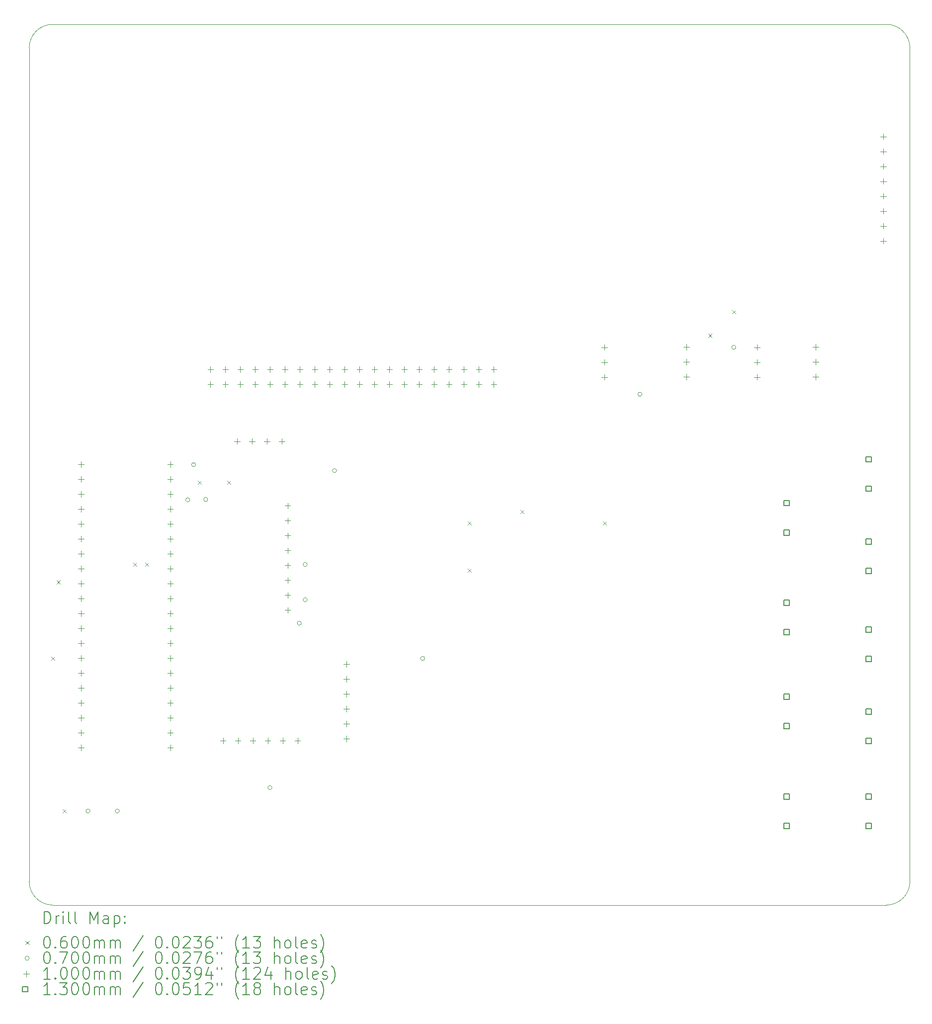
<source format=gbr>
%TF.GenerationSoftware,KiCad,Pcbnew,(6.0.8)*%
%TF.CreationDate,2022-11-08T16:17:17+09:00*%
%TF.ProjectId,Aquarium,41717561-7269-4756-9d2e-6b696361645f,1.0*%
%TF.SameCoordinates,Original*%
%TF.FileFunction,Drillmap*%
%TF.FilePolarity,Positive*%
%FSLAX45Y45*%
G04 Gerber Fmt 4.5, Leading zero omitted, Abs format (unit mm)*
G04 Created by KiCad (PCBNEW (6.0.8)) date 2022-11-08 16:17:17*
%MOMM*%
%LPD*%
G01*
G04 APERTURE LIST*
%ADD10C,0.050000*%
%ADD11C,0.200000*%
%ADD12C,0.060000*%
%ADD13C,0.070000*%
%ADD14C,0.100000*%
%ADD15C,0.130000*%
G04 APERTURE END LIST*
D10*
X9500000Y-4200000D02*
X9500000Y-18400000D01*
X24100000Y-18800000D02*
G75*
G03*
X24500000Y-18400000I0J400000D01*
G01*
X24100000Y-3800000D02*
X9900000Y-3800000D01*
X9900000Y-18800000D02*
X24100000Y-18800000D01*
X24500000Y-18400000D02*
X24500000Y-4200000D01*
X9900000Y-3800000D02*
G75*
G03*
X9500000Y-4200000I0J-400000D01*
G01*
X9500000Y-18400000D02*
G75*
G03*
X9900000Y-18800000I400000J0D01*
G01*
X24500000Y-4200000D02*
G75*
G03*
X24100000Y-3800000I-400000J0D01*
G01*
D11*
D12*
X9870000Y-14570000D02*
X9930000Y-14630000D01*
X9930000Y-14570000D02*
X9870000Y-14630000D01*
X9970000Y-13270000D02*
X10030000Y-13330000D01*
X10030000Y-13270000D02*
X9970000Y-13330000D01*
X10070000Y-17170000D02*
X10130000Y-17230000D01*
X10130000Y-17170000D02*
X10070000Y-17230000D01*
X11270000Y-12970000D02*
X11330000Y-13030000D01*
X11330000Y-12970000D02*
X11270000Y-13030000D01*
X11470000Y-12970000D02*
X11530000Y-13030000D01*
X11530000Y-12970000D02*
X11470000Y-13030000D01*
X12370000Y-11570000D02*
X12430000Y-11630000D01*
X12430000Y-11570000D02*
X12370000Y-11630000D01*
X12870000Y-11570000D02*
X12930000Y-11630000D01*
X12930000Y-11570000D02*
X12870000Y-11630000D01*
X16967002Y-12267002D02*
X17027002Y-12327002D01*
X17027002Y-12267002D02*
X16967002Y-12327002D01*
X16970000Y-13070000D02*
X17030000Y-13130000D01*
X17030000Y-13070000D02*
X16970000Y-13130000D01*
X17870000Y-12070000D02*
X17930000Y-12130000D01*
X17930000Y-12070000D02*
X17870000Y-12130000D01*
X19270000Y-12270000D02*
X19330000Y-12330000D01*
X19330000Y-12270000D02*
X19270000Y-12330000D01*
X21070000Y-9070000D02*
X21130000Y-9130000D01*
X21130000Y-9070000D02*
X21070000Y-9130000D01*
X21470000Y-8670000D02*
X21530000Y-8730000D01*
X21530000Y-8670000D02*
X21470000Y-8730000D01*
D13*
X10535000Y-17200000D02*
G75*
G03*
X10535000Y-17200000I-35000J0D01*
G01*
X11035000Y-17200000D02*
G75*
G03*
X11035000Y-17200000I-35000J0D01*
G01*
X12235000Y-11900000D02*
G75*
G03*
X12235000Y-11900000I-35000J0D01*
G01*
X12335000Y-11300000D02*
G75*
G03*
X12335000Y-11300000I-35000J0D01*
G01*
X12541533Y-11893467D02*
G75*
G03*
X12541533Y-11893467I-35000J0D01*
G01*
X13635000Y-16800000D02*
G75*
G03*
X13635000Y-16800000I-35000J0D01*
G01*
X14135000Y-14000000D02*
G75*
G03*
X14135000Y-14000000I-35000J0D01*
G01*
X14235000Y-13000000D02*
G75*
G03*
X14235000Y-13000000I-35000J0D01*
G01*
X14235000Y-13600000D02*
G75*
G03*
X14235000Y-13600000I-35000J0D01*
G01*
X14735000Y-11400000D02*
G75*
G03*
X14735000Y-11400000I-35000J0D01*
G01*
X16235000Y-14600000D02*
G75*
G03*
X16235000Y-14600000I-35000J0D01*
G01*
X19935000Y-10100000D02*
G75*
G03*
X19935000Y-10100000I-35000J0D01*
G01*
X21535000Y-9300000D02*
G75*
G03*
X21535000Y-9300000I-35000J0D01*
G01*
D14*
X10380500Y-11241000D02*
X10380500Y-11341000D01*
X10330500Y-11291000D02*
X10430500Y-11291000D01*
X10380500Y-11495000D02*
X10380500Y-11595000D01*
X10330500Y-11545000D02*
X10430500Y-11545000D01*
X10380500Y-11749000D02*
X10380500Y-11849000D01*
X10330500Y-11799000D02*
X10430500Y-11799000D01*
X10380500Y-12003000D02*
X10380500Y-12103000D01*
X10330500Y-12053000D02*
X10430500Y-12053000D01*
X10380500Y-12257000D02*
X10380500Y-12357000D01*
X10330500Y-12307000D02*
X10430500Y-12307000D01*
X10380500Y-12511000D02*
X10380500Y-12611000D01*
X10330500Y-12561000D02*
X10430500Y-12561000D01*
X10380500Y-12765000D02*
X10380500Y-12865000D01*
X10330500Y-12815000D02*
X10430500Y-12815000D01*
X10380500Y-13019000D02*
X10380500Y-13119000D01*
X10330500Y-13069000D02*
X10430500Y-13069000D01*
X10380500Y-13273000D02*
X10380500Y-13373000D01*
X10330500Y-13323000D02*
X10430500Y-13323000D01*
X10380500Y-13527000D02*
X10380500Y-13627000D01*
X10330500Y-13577000D02*
X10430500Y-13577000D01*
X10380500Y-13781000D02*
X10380500Y-13881000D01*
X10330500Y-13831000D02*
X10430500Y-13831000D01*
X10380500Y-14035000D02*
X10380500Y-14135000D01*
X10330500Y-14085000D02*
X10430500Y-14085000D01*
X10380500Y-14289000D02*
X10380500Y-14389000D01*
X10330500Y-14339000D02*
X10430500Y-14339000D01*
X10380500Y-14543000D02*
X10380500Y-14643000D01*
X10330500Y-14593000D02*
X10430500Y-14593000D01*
X10380500Y-14797000D02*
X10380500Y-14897000D01*
X10330500Y-14847000D02*
X10430500Y-14847000D01*
X10380500Y-15051000D02*
X10380500Y-15151000D01*
X10330500Y-15101000D02*
X10430500Y-15101000D01*
X10380500Y-15305000D02*
X10380500Y-15405000D01*
X10330500Y-15355000D02*
X10430500Y-15355000D01*
X10380500Y-15559000D02*
X10380500Y-15659000D01*
X10330500Y-15609000D02*
X10430500Y-15609000D01*
X10380500Y-15813000D02*
X10380500Y-15913000D01*
X10330500Y-15863000D02*
X10430500Y-15863000D01*
X10380500Y-16067000D02*
X10380500Y-16167000D01*
X10330500Y-16117000D02*
X10430500Y-16117000D01*
X11902500Y-11240000D02*
X11902500Y-11340000D01*
X11852500Y-11290000D02*
X11952500Y-11290000D01*
X11902500Y-11494000D02*
X11902500Y-11594000D01*
X11852500Y-11544000D02*
X11952500Y-11544000D01*
X11902500Y-11748000D02*
X11902500Y-11848000D01*
X11852500Y-11798000D02*
X11952500Y-11798000D01*
X11902500Y-12002000D02*
X11902500Y-12102000D01*
X11852500Y-12052000D02*
X11952500Y-12052000D01*
X11902500Y-12256000D02*
X11902500Y-12356000D01*
X11852500Y-12306000D02*
X11952500Y-12306000D01*
X11902500Y-12510000D02*
X11902500Y-12610000D01*
X11852500Y-12560000D02*
X11952500Y-12560000D01*
X11902500Y-12764000D02*
X11902500Y-12864000D01*
X11852500Y-12814000D02*
X11952500Y-12814000D01*
X11902500Y-13018000D02*
X11902500Y-13118000D01*
X11852500Y-13068000D02*
X11952500Y-13068000D01*
X11902500Y-13272000D02*
X11902500Y-13372000D01*
X11852500Y-13322000D02*
X11952500Y-13322000D01*
X11902500Y-13526000D02*
X11902500Y-13626000D01*
X11852500Y-13576000D02*
X11952500Y-13576000D01*
X11902500Y-13780000D02*
X11902500Y-13880000D01*
X11852500Y-13830000D02*
X11952500Y-13830000D01*
X11902500Y-14034000D02*
X11902500Y-14134000D01*
X11852500Y-14084000D02*
X11952500Y-14084000D01*
X11902500Y-14288000D02*
X11902500Y-14388000D01*
X11852500Y-14338000D02*
X11952500Y-14338000D01*
X11902500Y-14542000D02*
X11902500Y-14642000D01*
X11852500Y-14592000D02*
X11952500Y-14592000D01*
X11902500Y-14796000D02*
X11902500Y-14896000D01*
X11852500Y-14846000D02*
X11952500Y-14846000D01*
X11902500Y-15050000D02*
X11902500Y-15150000D01*
X11852500Y-15100000D02*
X11952500Y-15100000D01*
X11902500Y-15304000D02*
X11902500Y-15404000D01*
X11852500Y-15354000D02*
X11952500Y-15354000D01*
X11902500Y-15558000D02*
X11902500Y-15658000D01*
X11852500Y-15608000D02*
X11952500Y-15608000D01*
X11902500Y-15812000D02*
X11902500Y-15912000D01*
X11852500Y-15862000D02*
X11952500Y-15862000D01*
X11902500Y-16066000D02*
X11902500Y-16166000D01*
X11852500Y-16116000D02*
X11952500Y-16116000D01*
X12587000Y-9623000D02*
X12587000Y-9723000D01*
X12537000Y-9673000D02*
X12637000Y-9673000D01*
X12587000Y-9877000D02*
X12587000Y-9977000D01*
X12537000Y-9927000D02*
X12637000Y-9927000D01*
X12800000Y-15950000D02*
X12800000Y-16050000D01*
X12750000Y-16000000D02*
X12850000Y-16000000D01*
X12841000Y-9623000D02*
X12841000Y-9723000D01*
X12791000Y-9673000D02*
X12891000Y-9673000D01*
X12841000Y-9877000D02*
X12841000Y-9977000D01*
X12791000Y-9927000D02*
X12891000Y-9927000D01*
X13038000Y-10850000D02*
X13038000Y-10950000D01*
X12988000Y-10900000D02*
X13088000Y-10900000D01*
X13054000Y-15950000D02*
X13054000Y-16050000D01*
X13004000Y-16000000D02*
X13104000Y-16000000D01*
X13095000Y-9623000D02*
X13095000Y-9723000D01*
X13045000Y-9673000D02*
X13145000Y-9673000D01*
X13095000Y-9877000D02*
X13095000Y-9977000D01*
X13045000Y-9927000D02*
X13145000Y-9927000D01*
X13292000Y-10850000D02*
X13292000Y-10950000D01*
X13242000Y-10900000D02*
X13342000Y-10900000D01*
X13308000Y-15950000D02*
X13308000Y-16050000D01*
X13258000Y-16000000D02*
X13358000Y-16000000D01*
X13349000Y-9623000D02*
X13349000Y-9723000D01*
X13299000Y-9673000D02*
X13399000Y-9673000D01*
X13349000Y-9877000D02*
X13349000Y-9977000D01*
X13299000Y-9927000D02*
X13399000Y-9927000D01*
X13546000Y-10850000D02*
X13546000Y-10950000D01*
X13496000Y-10900000D02*
X13596000Y-10900000D01*
X13562000Y-15950000D02*
X13562000Y-16050000D01*
X13512000Y-16000000D02*
X13612000Y-16000000D01*
X13603000Y-9623000D02*
X13603000Y-9723000D01*
X13553000Y-9673000D02*
X13653000Y-9673000D01*
X13603000Y-9877000D02*
X13603000Y-9977000D01*
X13553000Y-9927000D02*
X13653000Y-9927000D01*
X13800000Y-10850000D02*
X13800000Y-10950000D01*
X13750000Y-10900000D02*
X13850000Y-10900000D01*
X13816000Y-15950000D02*
X13816000Y-16050000D01*
X13766000Y-16000000D02*
X13866000Y-16000000D01*
X13857000Y-9623000D02*
X13857000Y-9723000D01*
X13807000Y-9673000D02*
X13907000Y-9673000D01*
X13857000Y-9877000D02*
X13857000Y-9977000D01*
X13807000Y-9927000D02*
X13907000Y-9927000D01*
X13900000Y-11950000D02*
X13900000Y-12050000D01*
X13850000Y-12000000D02*
X13950000Y-12000000D01*
X13900000Y-12204000D02*
X13900000Y-12304000D01*
X13850000Y-12254000D02*
X13950000Y-12254000D01*
X13900000Y-12458000D02*
X13900000Y-12558000D01*
X13850000Y-12508000D02*
X13950000Y-12508000D01*
X13900000Y-12712000D02*
X13900000Y-12812000D01*
X13850000Y-12762000D02*
X13950000Y-12762000D01*
X13900000Y-12966000D02*
X13900000Y-13066000D01*
X13850000Y-13016000D02*
X13950000Y-13016000D01*
X13900000Y-13220000D02*
X13900000Y-13320000D01*
X13850000Y-13270000D02*
X13950000Y-13270000D01*
X13900000Y-13474000D02*
X13900000Y-13574000D01*
X13850000Y-13524000D02*
X13950000Y-13524000D01*
X13900000Y-13728000D02*
X13900000Y-13828000D01*
X13850000Y-13778000D02*
X13950000Y-13778000D01*
X14070000Y-15950000D02*
X14070000Y-16050000D01*
X14020000Y-16000000D02*
X14120000Y-16000000D01*
X14111000Y-9623000D02*
X14111000Y-9723000D01*
X14061000Y-9673000D02*
X14161000Y-9673000D01*
X14111000Y-9877000D02*
X14111000Y-9977000D01*
X14061000Y-9927000D02*
X14161000Y-9927000D01*
X14365000Y-9623000D02*
X14365000Y-9723000D01*
X14315000Y-9673000D02*
X14415000Y-9673000D01*
X14365000Y-9877000D02*
X14365000Y-9977000D01*
X14315000Y-9927000D02*
X14415000Y-9927000D01*
X14619000Y-9623000D02*
X14619000Y-9723000D01*
X14569000Y-9673000D02*
X14669000Y-9673000D01*
X14619000Y-9877000D02*
X14619000Y-9977000D01*
X14569000Y-9927000D02*
X14669000Y-9927000D01*
X14873000Y-9623000D02*
X14873000Y-9723000D01*
X14823000Y-9673000D02*
X14923000Y-9673000D01*
X14873000Y-9877000D02*
X14873000Y-9977000D01*
X14823000Y-9927000D02*
X14923000Y-9927000D01*
X14900000Y-14650000D02*
X14900000Y-14750000D01*
X14850000Y-14700000D02*
X14950000Y-14700000D01*
X14900000Y-14904000D02*
X14900000Y-15004000D01*
X14850000Y-14954000D02*
X14950000Y-14954000D01*
X14900000Y-15158000D02*
X14900000Y-15258000D01*
X14850000Y-15208000D02*
X14950000Y-15208000D01*
X14900000Y-15412000D02*
X14900000Y-15512000D01*
X14850000Y-15462000D02*
X14950000Y-15462000D01*
X14900000Y-15666000D02*
X14900000Y-15766000D01*
X14850000Y-15716000D02*
X14950000Y-15716000D01*
X14900000Y-15920000D02*
X14900000Y-16020000D01*
X14850000Y-15970000D02*
X14950000Y-15970000D01*
X15127000Y-9623000D02*
X15127000Y-9723000D01*
X15077000Y-9673000D02*
X15177000Y-9673000D01*
X15127000Y-9877000D02*
X15127000Y-9977000D01*
X15077000Y-9927000D02*
X15177000Y-9927000D01*
X15381000Y-9623000D02*
X15381000Y-9723000D01*
X15331000Y-9673000D02*
X15431000Y-9673000D01*
X15381000Y-9877000D02*
X15381000Y-9977000D01*
X15331000Y-9927000D02*
X15431000Y-9927000D01*
X15635000Y-9623000D02*
X15635000Y-9723000D01*
X15585000Y-9673000D02*
X15685000Y-9673000D01*
X15635000Y-9877000D02*
X15635000Y-9977000D01*
X15585000Y-9927000D02*
X15685000Y-9927000D01*
X15889000Y-9623000D02*
X15889000Y-9723000D01*
X15839000Y-9673000D02*
X15939000Y-9673000D01*
X15889000Y-9877000D02*
X15889000Y-9977000D01*
X15839000Y-9927000D02*
X15939000Y-9927000D01*
X16143000Y-9623000D02*
X16143000Y-9723000D01*
X16093000Y-9673000D02*
X16193000Y-9673000D01*
X16143000Y-9877000D02*
X16143000Y-9977000D01*
X16093000Y-9927000D02*
X16193000Y-9927000D01*
X16397000Y-9623000D02*
X16397000Y-9723000D01*
X16347000Y-9673000D02*
X16447000Y-9673000D01*
X16397000Y-9877000D02*
X16397000Y-9977000D01*
X16347000Y-9927000D02*
X16447000Y-9927000D01*
X16651000Y-9623000D02*
X16651000Y-9723000D01*
X16601000Y-9673000D02*
X16701000Y-9673000D01*
X16651000Y-9877000D02*
X16651000Y-9977000D01*
X16601000Y-9927000D02*
X16701000Y-9927000D01*
X16905000Y-9623000D02*
X16905000Y-9723000D01*
X16855000Y-9673000D02*
X16955000Y-9673000D01*
X16905000Y-9877000D02*
X16905000Y-9977000D01*
X16855000Y-9927000D02*
X16955000Y-9927000D01*
X17159000Y-9623000D02*
X17159000Y-9723000D01*
X17109000Y-9673000D02*
X17209000Y-9673000D01*
X17159000Y-9877000D02*
X17159000Y-9977000D01*
X17109000Y-9927000D02*
X17209000Y-9927000D01*
X17413000Y-9623000D02*
X17413000Y-9723000D01*
X17363000Y-9673000D02*
X17463000Y-9673000D01*
X17413000Y-9877000D02*
X17413000Y-9977000D01*
X17363000Y-9927000D02*
X17463000Y-9927000D01*
X19300000Y-9250000D02*
X19300000Y-9350000D01*
X19250000Y-9300000D02*
X19350000Y-9300000D01*
X19300000Y-9504000D02*
X19300000Y-9604000D01*
X19250000Y-9554000D02*
X19350000Y-9554000D01*
X19300000Y-9758000D02*
X19300000Y-9858000D01*
X19250000Y-9808000D02*
X19350000Y-9808000D01*
X20697500Y-9242000D02*
X20697500Y-9342000D01*
X20647500Y-9292000D02*
X20747500Y-9292000D01*
X20697500Y-9496000D02*
X20697500Y-9596000D01*
X20647500Y-9546000D02*
X20747500Y-9546000D01*
X20697500Y-9750000D02*
X20697500Y-9850000D01*
X20647500Y-9800000D02*
X20747500Y-9800000D01*
X21900000Y-9250000D02*
X21900000Y-9350000D01*
X21850000Y-9300000D02*
X21950000Y-9300000D01*
X21900000Y-9504000D02*
X21900000Y-9604000D01*
X21850000Y-9554000D02*
X21950000Y-9554000D01*
X21900000Y-9758000D02*
X21900000Y-9858000D01*
X21850000Y-9808000D02*
X21950000Y-9808000D01*
X22892500Y-9245500D02*
X22892500Y-9345500D01*
X22842500Y-9295500D02*
X22942500Y-9295500D01*
X22892500Y-9499500D02*
X22892500Y-9599500D01*
X22842500Y-9549500D02*
X22942500Y-9549500D01*
X22892500Y-9753500D02*
X22892500Y-9853500D01*
X22842500Y-9803500D02*
X22942500Y-9803500D01*
X24047500Y-5659500D02*
X24047500Y-5759500D01*
X23997500Y-5709500D02*
X24097500Y-5709500D01*
X24047500Y-5913500D02*
X24047500Y-6013500D01*
X23997500Y-5963500D02*
X24097500Y-5963500D01*
X24047500Y-6167500D02*
X24047500Y-6267500D01*
X23997500Y-6217500D02*
X24097500Y-6217500D01*
X24047500Y-6421500D02*
X24047500Y-6521500D01*
X23997500Y-6471500D02*
X24097500Y-6471500D01*
X24047500Y-6675500D02*
X24047500Y-6775500D01*
X23997500Y-6725500D02*
X24097500Y-6725500D01*
X24047500Y-6929500D02*
X24047500Y-7029500D01*
X23997500Y-6979500D02*
X24097500Y-6979500D01*
X24047500Y-7183500D02*
X24047500Y-7283500D01*
X23997500Y-7233500D02*
X24097500Y-7233500D01*
X24047500Y-7437500D02*
X24047500Y-7537500D01*
X23997500Y-7487500D02*
X24097500Y-7487500D01*
D15*
X22445962Y-11999962D02*
X22445962Y-11908038D01*
X22354038Y-11908038D01*
X22354038Y-11999962D01*
X22445962Y-11999962D01*
X22445962Y-12499962D02*
X22445962Y-12408038D01*
X22354038Y-12408038D01*
X22354038Y-12499962D01*
X22445962Y-12499962D01*
X22445962Y-13699962D02*
X22445962Y-13608038D01*
X22354038Y-13608038D01*
X22354038Y-13699962D01*
X22445962Y-13699962D01*
X22445962Y-14199962D02*
X22445962Y-14108038D01*
X22354038Y-14108038D01*
X22354038Y-14199962D01*
X22445962Y-14199962D01*
X22445962Y-15299962D02*
X22445962Y-15208038D01*
X22354038Y-15208038D01*
X22354038Y-15299962D01*
X22445962Y-15299962D01*
X22445962Y-15799962D02*
X22445962Y-15708038D01*
X22354038Y-15708038D01*
X22354038Y-15799962D01*
X22445962Y-15799962D01*
X22445962Y-16999962D02*
X22445962Y-16908038D01*
X22354038Y-16908038D01*
X22354038Y-16999962D01*
X22445962Y-16999962D01*
X22445962Y-17499962D02*
X22445962Y-17408038D01*
X22354038Y-17408038D01*
X22354038Y-17499962D01*
X22445962Y-17499962D01*
X23845962Y-11253962D02*
X23845962Y-11162038D01*
X23754038Y-11162038D01*
X23754038Y-11253962D01*
X23845962Y-11253962D01*
X23845962Y-11753962D02*
X23845962Y-11662038D01*
X23754038Y-11662038D01*
X23754038Y-11753962D01*
X23845962Y-11753962D01*
X23845962Y-12653962D02*
X23845962Y-12562038D01*
X23754038Y-12562038D01*
X23754038Y-12653962D01*
X23845962Y-12653962D01*
X23845962Y-13153962D02*
X23845962Y-13062038D01*
X23754038Y-13062038D01*
X23754038Y-13153962D01*
X23845962Y-13153962D01*
X23845962Y-14153962D02*
X23845962Y-14062038D01*
X23754038Y-14062038D01*
X23754038Y-14153962D01*
X23845962Y-14153962D01*
X23845962Y-14653962D02*
X23845962Y-14562038D01*
X23754038Y-14562038D01*
X23754038Y-14653962D01*
X23845962Y-14653962D01*
X23845962Y-15553962D02*
X23845962Y-15462038D01*
X23754038Y-15462038D01*
X23754038Y-15553962D01*
X23845962Y-15553962D01*
X23845962Y-16053962D02*
X23845962Y-15962038D01*
X23754038Y-15962038D01*
X23754038Y-16053962D01*
X23845962Y-16053962D01*
X23845962Y-16999962D02*
X23845962Y-16908038D01*
X23754038Y-16908038D01*
X23754038Y-16999962D01*
X23845962Y-16999962D01*
X23845962Y-17499962D02*
X23845962Y-17408038D01*
X23754038Y-17408038D01*
X23754038Y-17499962D01*
X23845962Y-17499962D01*
D11*
X9755119Y-19112976D02*
X9755119Y-18912976D01*
X9802738Y-18912976D01*
X9831310Y-18922500D01*
X9850357Y-18941548D01*
X9859881Y-18960595D01*
X9869405Y-18998690D01*
X9869405Y-19027262D01*
X9859881Y-19065357D01*
X9850357Y-19084405D01*
X9831310Y-19103452D01*
X9802738Y-19112976D01*
X9755119Y-19112976D01*
X9955119Y-19112976D02*
X9955119Y-18979643D01*
X9955119Y-19017738D02*
X9964643Y-18998690D01*
X9974167Y-18989167D01*
X9993214Y-18979643D01*
X10012262Y-18979643D01*
X10078929Y-19112976D02*
X10078929Y-18979643D01*
X10078929Y-18912976D02*
X10069405Y-18922500D01*
X10078929Y-18932024D01*
X10088452Y-18922500D01*
X10078929Y-18912976D01*
X10078929Y-18932024D01*
X10202738Y-19112976D02*
X10183690Y-19103452D01*
X10174167Y-19084405D01*
X10174167Y-18912976D01*
X10307500Y-19112976D02*
X10288452Y-19103452D01*
X10278929Y-19084405D01*
X10278929Y-18912976D01*
X10536071Y-19112976D02*
X10536071Y-18912976D01*
X10602738Y-19055833D01*
X10669405Y-18912976D01*
X10669405Y-19112976D01*
X10850357Y-19112976D02*
X10850357Y-19008214D01*
X10840833Y-18989167D01*
X10821786Y-18979643D01*
X10783690Y-18979643D01*
X10764643Y-18989167D01*
X10850357Y-19103452D02*
X10831310Y-19112976D01*
X10783690Y-19112976D01*
X10764643Y-19103452D01*
X10755119Y-19084405D01*
X10755119Y-19065357D01*
X10764643Y-19046310D01*
X10783690Y-19036786D01*
X10831310Y-19036786D01*
X10850357Y-19027262D01*
X10945595Y-18979643D02*
X10945595Y-19179643D01*
X10945595Y-18989167D02*
X10964643Y-18979643D01*
X11002738Y-18979643D01*
X11021786Y-18989167D01*
X11031310Y-18998690D01*
X11040833Y-19017738D01*
X11040833Y-19074881D01*
X11031310Y-19093929D01*
X11021786Y-19103452D01*
X11002738Y-19112976D01*
X10964643Y-19112976D01*
X10945595Y-19103452D01*
X11126548Y-19093929D02*
X11136071Y-19103452D01*
X11126548Y-19112976D01*
X11117024Y-19103452D01*
X11126548Y-19093929D01*
X11126548Y-19112976D01*
X11126548Y-18989167D02*
X11136071Y-18998690D01*
X11126548Y-19008214D01*
X11117024Y-18998690D01*
X11126548Y-18989167D01*
X11126548Y-19008214D01*
D12*
X9437500Y-19412500D02*
X9497500Y-19472500D01*
X9497500Y-19412500D02*
X9437500Y-19472500D01*
D11*
X9793214Y-19332976D02*
X9812262Y-19332976D01*
X9831310Y-19342500D01*
X9840833Y-19352024D01*
X9850357Y-19371071D01*
X9859881Y-19409167D01*
X9859881Y-19456786D01*
X9850357Y-19494881D01*
X9840833Y-19513929D01*
X9831310Y-19523452D01*
X9812262Y-19532976D01*
X9793214Y-19532976D01*
X9774167Y-19523452D01*
X9764643Y-19513929D01*
X9755119Y-19494881D01*
X9745595Y-19456786D01*
X9745595Y-19409167D01*
X9755119Y-19371071D01*
X9764643Y-19352024D01*
X9774167Y-19342500D01*
X9793214Y-19332976D01*
X9945595Y-19513929D02*
X9955119Y-19523452D01*
X9945595Y-19532976D01*
X9936071Y-19523452D01*
X9945595Y-19513929D01*
X9945595Y-19532976D01*
X10126548Y-19332976D02*
X10088452Y-19332976D01*
X10069405Y-19342500D01*
X10059881Y-19352024D01*
X10040833Y-19380595D01*
X10031310Y-19418690D01*
X10031310Y-19494881D01*
X10040833Y-19513929D01*
X10050357Y-19523452D01*
X10069405Y-19532976D01*
X10107500Y-19532976D01*
X10126548Y-19523452D01*
X10136071Y-19513929D01*
X10145595Y-19494881D01*
X10145595Y-19447262D01*
X10136071Y-19428214D01*
X10126548Y-19418690D01*
X10107500Y-19409167D01*
X10069405Y-19409167D01*
X10050357Y-19418690D01*
X10040833Y-19428214D01*
X10031310Y-19447262D01*
X10269405Y-19332976D02*
X10288452Y-19332976D01*
X10307500Y-19342500D01*
X10317024Y-19352024D01*
X10326548Y-19371071D01*
X10336071Y-19409167D01*
X10336071Y-19456786D01*
X10326548Y-19494881D01*
X10317024Y-19513929D01*
X10307500Y-19523452D01*
X10288452Y-19532976D01*
X10269405Y-19532976D01*
X10250357Y-19523452D01*
X10240833Y-19513929D01*
X10231310Y-19494881D01*
X10221786Y-19456786D01*
X10221786Y-19409167D01*
X10231310Y-19371071D01*
X10240833Y-19352024D01*
X10250357Y-19342500D01*
X10269405Y-19332976D01*
X10459881Y-19332976D02*
X10478929Y-19332976D01*
X10497976Y-19342500D01*
X10507500Y-19352024D01*
X10517024Y-19371071D01*
X10526548Y-19409167D01*
X10526548Y-19456786D01*
X10517024Y-19494881D01*
X10507500Y-19513929D01*
X10497976Y-19523452D01*
X10478929Y-19532976D01*
X10459881Y-19532976D01*
X10440833Y-19523452D01*
X10431310Y-19513929D01*
X10421786Y-19494881D01*
X10412262Y-19456786D01*
X10412262Y-19409167D01*
X10421786Y-19371071D01*
X10431310Y-19352024D01*
X10440833Y-19342500D01*
X10459881Y-19332976D01*
X10612262Y-19532976D02*
X10612262Y-19399643D01*
X10612262Y-19418690D02*
X10621786Y-19409167D01*
X10640833Y-19399643D01*
X10669405Y-19399643D01*
X10688452Y-19409167D01*
X10697976Y-19428214D01*
X10697976Y-19532976D01*
X10697976Y-19428214D02*
X10707500Y-19409167D01*
X10726548Y-19399643D01*
X10755119Y-19399643D01*
X10774167Y-19409167D01*
X10783690Y-19428214D01*
X10783690Y-19532976D01*
X10878929Y-19532976D02*
X10878929Y-19399643D01*
X10878929Y-19418690D02*
X10888452Y-19409167D01*
X10907500Y-19399643D01*
X10936071Y-19399643D01*
X10955119Y-19409167D01*
X10964643Y-19428214D01*
X10964643Y-19532976D01*
X10964643Y-19428214D02*
X10974167Y-19409167D01*
X10993214Y-19399643D01*
X11021786Y-19399643D01*
X11040833Y-19409167D01*
X11050357Y-19428214D01*
X11050357Y-19532976D01*
X11440833Y-19323452D02*
X11269405Y-19580595D01*
X11697976Y-19332976D02*
X11717024Y-19332976D01*
X11736071Y-19342500D01*
X11745595Y-19352024D01*
X11755119Y-19371071D01*
X11764643Y-19409167D01*
X11764643Y-19456786D01*
X11755119Y-19494881D01*
X11745595Y-19513929D01*
X11736071Y-19523452D01*
X11717024Y-19532976D01*
X11697976Y-19532976D01*
X11678928Y-19523452D01*
X11669405Y-19513929D01*
X11659881Y-19494881D01*
X11650357Y-19456786D01*
X11650357Y-19409167D01*
X11659881Y-19371071D01*
X11669405Y-19352024D01*
X11678928Y-19342500D01*
X11697976Y-19332976D01*
X11850357Y-19513929D02*
X11859881Y-19523452D01*
X11850357Y-19532976D01*
X11840833Y-19523452D01*
X11850357Y-19513929D01*
X11850357Y-19532976D01*
X11983690Y-19332976D02*
X12002738Y-19332976D01*
X12021786Y-19342500D01*
X12031309Y-19352024D01*
X12040833Y-19371071D01*
X12050357Y-19409167D01*
X12050357Y-19456786D01*
X12040833Y-19494881D01*
X12031309Y-19513929D01*
X12021786Y-19523452D01*
X12002738Y-19532976D01*
X11983690Y-19532976D01*
X11964643Y-19523452D01*
X11955119Y-19513929D01*
X11945595Y-19494881D01*
X11936071Y-19456786D01*
X11936071Y-19409167D01*
X11945595Y-19371071D01*
X11955119Y-19352024D01*
X11964643Y-19342500D01*
X11983690Y-19332976D01*
X12126548Y-19352024D02*
X12136071Y-19342500D01*
X12155119Y-19332976D01*
X12202738Y-19332976D01*
X12221786Y-19342500D01*
X12231309Y-19352024D01*
X12240833Y-19371071D01*
X12240833Y-19390119D01*
X12231309Y-19418690D01*
X12117024Y-19532976D01*
X12240833Y-19532976D01*
X12307500Y-19332976D02*
X12431309Y-19332976D01*
X12364643Y-19409167D01*
X12393214Y-19409167D01*
X12412262Y-19418690D01*
X12421786Y-19428214D01*
X12431309Y-19447262D01*
X12431309Y-19494881D01*
X12421786Y-19513929D01*
X12412262Y-19523452D01*
X12393214Y-19532976D01*
X12336071Y-19532976D01*
X12317024Y-19523452D01*
X12307500Y-19513929D01*
X12602738Y-19332976D02*
X12564643Y-19332976D01*
X12545595Y-19342500D01*
X12536071Y-19352024D01*
X12517024Y-19380595D01*
X12507500Y-19418690D01*
X12507500Y-19494881D01*
X12517024Y-19513929D01*
X12526548Y-19523452D01*
X12545595Y-19532976D01*
X12583690Y-19532976D01*
X12602738Y-19523452D01*
X12612262Y-19513929D01*
X12621786Y-19494881D01*
X12621786Y-19447262D01*
X12612262Y-19428214D01*
X12602738Y-19418690D01*
X12583690Y-19409167D01*
X12545595Y-19409167D01*
X12526548Y-19418690D01*
X12517024Y-19428214D01*
X12507500Y-19447262D01*
X12697976Y-19332976D02*
X12697976Y-19371071D01*
X12774167Y-19332976D02*
X12774167Y-19371071D01*
X13069405Y-19609167D02*
X13059881Y-19599643D01*
X13040833Y-19571071D01*
X13031309Y-19552024D01*
X13021786Y-19523452D01*
X13012262Y-19475833D01*
X13012262Y-19437738D01*
X13021786Y-19390119D01*
X13031309Y-19361548D01*
X13040833Y-19342500D01*
X13059881Y-19313929D01*
X13069405Y-19304405D01*
X13250357Y-19532976D02*
X13136071Y-19532976D01*
X13193214Y-19532976D02*
X13193214Y-19332976D01*
X13174167Y-19361548D01*
X13155119Y-19380595D01*
X13136071Y-19390119D01*
X13317024Y-19332976D02*
X13440833Y-19332976D01*
X13374167Y-19409167D01*
X13402738Y-19409167D01*
X13421786Y-19418690D01*
X13431309Y-19428214D01*
X13440833Y-19447262D01*
X13440833Y-19494881D01*
X13431309Y-19513929D01*
X13421786Y-19523452D01*
X13402738Y-19532976D01*
X13345595Y-19532976D01*
X13326548Y-19523452D01*
X13317024Y-19513929D01*
X13678928Y-19532976D02*
X13678928Y-19332976D01*
X13764643Y-19532976D02*
X13764643Y-19428214D01*
X13755119Y-19409167D01*
X13736071Y-19399643D01*
X13707500Y-19399643D01*
X13688452Y-19409167D01*
X13678928Y-19418690D01*
X13888452Y-19532976D02*
X13869405Y-19523452D01*
X13859881Y-19513929D01*
X13850357Y-19494881D01*
X13850357Y-19437738D01*
X13859881Y-19418690D01*
X13869405Y-19409167D01*
X13888452Y-19399643D01*
X13917024Y-19399643D01*
X13936071Y-19409167D01*
X13945595Y-19418690D01*
X13955119Y-19437738D01*
X13955119Y-19494881D01*
X13945595Y-19513929D01*
X13936071Y-19523452D01*
X13917024Y-19532976D01*
X13888452Y-19532976D01*
X14069405Y-19532976D02*
X14050357Y-19523452D01*
X14040833Y-19504405D01*
X14040833Y-19332976D01*
X14221786Y-19523452D02*
X14202738Y-19532976D01*
X14164643Y-19532976D01*
X14145595Y-19523452D01*
X14136071Y-19504405D01*
X14136071Y-19428214D01*
X14145595Y-19409167D01*
X14164643Y-19399643D01*
X14202738Y-19399643D01*
X14221786Y-19409167D01*
X14231309Y-19428214D01*
X14231309Y-19447262D01*
X14136071Y-19466310D01*
X14307500Y-19523452D02*
X14326548Y-19532976D01*
X14364643Y-19532976D01*
X14383690Y-19523452D01*
X14393214Y-19504405D01*
X14393214Y-19494881D01*
X14383690Y-19475833D01*
X14364643Y-19466310D01*
X14336071Y-19466310D01*
X14317024Y-19456786D01*
X14307500Y-19437738D01*
X14307500Y-19428214D01*
X14317024Y-19409167D01*
X14336071Y-19399643D01*
X14364643Y-19399643D01*
X14383690Y-19409167D01*
X14459881Y-19609167D02*
X14469405Y-19599643D01*
X14488452Y-19571071D01*
X14497976Y-19552024D01*
X14507500Y-19523452D01*
X14517024Y-19475833D01*
X14517024Y-19437738D01*
X14507500Y-19390119D01*
X14497976Y-19361548D01*
X14488452Y-19342500D01*
X14469405Y-19313929D01*
X14459881Y-19304405D01*
D13*
X9497500Y-19706500D02*
G75*
G03*
X9497500Y-19706500I-35000J0D01*
G01*
D11*
X9793214Y-19596976D02*
X9812262Y-19596976D01*
X9831310Y-19606500D01*
X9840833Y-19616024D01*
X9850357Y-19635071D01*
X9859881Y-19673167D01*
X9859881Y-19720786D01*
X9850357Y-19758881D01*
X9840833Y-19777929D01*
X9831310Y-19787452D01*
X9812262Y-19796976D01*
X9793214Y-19796976D01*
X9774167Y-19787452D01*
X9764643Y-19777929D01*
X9755119Y-19758881D01*
X9745595Y-19720786D01*
X9745595Y-19673167D01*
X9755119Y-19635071D01*
X9764643Y-19616024D01*
X9774167Y-19606500D01*
X9793214Y-19596976D01*
X9945595Y-19777929D02*
X9955119Y-19787452D01*
X9945595Y-19796976D01*
X9936071Y-19787452D01*
X9945595Y-19777929D01*
X9945595Y-19796976D01*
X10021786Y-19596976D02*
X10155119Y-19596976D01*
X10069405Y-19796976D01*
X10269405Y-19596976D02*
X10288452Y-19596976D01*
X10307500Y-19606500D01*
X10317024Y-19616024D01*
X10326548Y-19635071D01*
X10336071Y-19673167D01*
X10336071Y-19720786D01*
X10326548Y-19758881D01*
X10317024Y-19777929D01*
X10307500Y-19787452D01*
X10288452Y-19796976D01*
X10269405Y-19796976D01*
X10250357Y-19787452D01*
X10240833Y-19777929D01*
X10231310Y-19758881D01*
X10221786Y-19720786D01*
X10221786Y-19673167D01*
X10231310Y-19635071D01*
X10240833Y-19616024D01*
X10250357Y-19606500D01*
X10269405Y-19596976D01*
X10459881Y-19596976D02*
X10478929Y-19596976D01*
X10497976Y-19606500D01*
X10507500Y-19616024D01*
X10517024Y-19635071D01*
X10526548Y-19673167D01*
X10526548Y-19720786D01*
X10517024Y-19758881D01*
X10507500Y-19777929D01*
X10497976Y-19787452D01*
X10478929Y-19796976D01*
X10459881Y-19796976D01*
X10440833Y-19787452D01*
X10431310Y-19777929D01*
X10421786Y-19758881D01*
X10412262Y-19720786D01*
X10412262Y-19673167D01*
X10421786Y-19635071D01*
X10431310Y-19616024D01*
X10440833Y-19606500D01*
X10459881Y-19596976D01*
X10612262Y-19796976D02*
X10612262Y-19663643D01*
X10612262Y-19682690D02*
X10621786Y-19673167D01*
X10640833Y-19663643D01*
X10669405Y-19663643D01*
X10688452Y-19673167D01*
X10697976Y-19692214D01*
X10697976Y-19796976D01*
X10697976Y-19692214D02*
X10707500Y-19673167D01*
X10726548Y-19663643D01*
X10755119Y-19663643D01*
X10774167Y-19673167D01*
X10783690Y-19692214D01*
X10783690Y-19796976D01*
X10878929Y-19796976D02*
X10878929Y-19663643D01*
X10878929Y-19682690D02*
X10888452Y-19673167D01*
X10907500Y-19663643D01*
X10936071Y-19663643D01*
X10955119Y-19673167D01*
X10964643Y-19692214D01*
X10964643Y-19796976D01*
X10964643Y-19692214D02*
X10974167Y-19673167D01*
X10993214Y-19663643D01*
X11021786Y-19663643D01*
X11040833Y-19673167D01*
X11050357Y-19692214D01*
X11050357Y-19796976D01*
X11440833Y-19587452D02*
X11269405Y-19844595D01*
X11697976Y-19596976D02*
X11717024Y-19596976D01*
X11736071Y-19606500D01*
X11745595Y-19616024D01*
X11755119Y-19635071D01*
X11764643Y-19673167D01*
X11764643Y-19720786D01*
X11755119Y-19758881D01*
X11745595Y-19777929D01*
X11736071Y-19787452D01*
X11717024Y-19796976D01*
X11697976Y-19796976D01*
X11678928Y-19787452D01*
X11669405Y-19777929D01*
X11659881Y-19758881D01*
X11650357Y-19720786D01*
X11650357Y-19673167D01*
X11659881Y-19635071D01*
X11669405Y-19616024D01*
X11678928Y-19606500D01*
X11697976Y-19596976D01*
X11850357Y-19777929D02*
X11859881Y-19787452D01*
X11850357Y-19796976D01*
X11840833Y-19787452D01*
X11850357Y-19777929D01*
X11850357Y-19796976D01*
X11983690Y-19596976D02*
X12002738Y-19596976D01*
X12021786Y-19606500D01*
X12031309Y-19616024D01*
X12040833Y-19635071D01*
X12050357Y-19673167D01*
X12050357Y-19720786D01*
X12040833Y-19758881D01*
X12031309Y-19777929D01*
X12021786Y-19787452D01*
X12002738Y-19796976D01*
X11983690Y-19796976D01*
X11964643Y-19787452D01*
X11955119Y-19777929D01*
X11945595Y-19758881D01*
X11936071Y-19720786D01*
X11936071Y-19673167D01*
X11945595Y-19635071D01*
X11955119Y-19616024D01*
X11964643Y-19606500D01*
X11983690Y-19596976D01*
X12126548Y-19616024D02*
X12136071Y-19606500D01*
X12155119Y-19596976D01*
X12202738Y-19596976D01*
X12221786Y-19606500D01*
X12231309Y-19616024D01*
X12240833Y-19635071D01*
X12240833Y-19654119D01*
X12231309Y-19682690D01*
X12117024Y-19796976D01*
X12240833Y-19796976D01*
X12307500Y-19596976D02*
X12440833Y-19596976D01*
X12355119Y-19796976D01*
X12602738Y-19596976D02*
X12564643Y-19596976D01*
X12545595Y-19606500D01*
X12536071Y-19616024D01*
X12517024Y-19644595D01*
X12507500Y-19682690D01*
X12507500Y-19758881D01*
X12517024Y-19777929D01*
X12526548Y-19787452D01*
X12545595Y-19796976D01*
X12583690Y-19796976D01*
X12602738Y-19787452D01*
X12612262Y-19777929D01*
X12621786Y-19758881D01*
X12621786Y-19711262D01*
X12612262Y-19692214D01*
X12602738Y-19682690D01*
X12583690Y-19673167D01*
X12545595Y-19673167D01*
X12526548Y-19682690D01*
X12517024Y-19692214D01*
X12507500Y-19711262D01*
X12697976Y-19596976D02*
X12697976Y-19635071D01*
X12774167Y-19596976D02*
X12774167Y-19635071D01*
X13069405Y-19873167D02*
X13059881Y-19863643D01*
X13040833Y-19835071D01*
X13031309Y-19816024D01*
X13021786Y-19787452D01*
X13012262Y-19739833D01*
X13012262Y-19701738D01*
X13021786Y-19654119D01*
X13031309Y-19625548D01*
X13040833Y-19606500D01*
X13059881Y-19577929D01*
X13069405Y-19568405D01*
X13250357Y-19796976D02*
X13136071Y-19796976D01*
X13193214Y-19796976D02*
X13193214Y-19596976D01*
X13174167Y-19625548D01*
X13155119Y-19644595D01*
X13136071Y-19654119D01*
X13317024Y-19596976D02*
X13440833Y-19596976D01*
X13374167Y-19673167D01*
X13402738Y-19673167D01*
X13421786Y-19682690D01*
X13431309Y-19692214D01*
X13440833Y-19711262D01*
X13440833Y-19758881D01*
X13431309Y-19777929D01*
X13421786Y-19787452D01*
X13402738Y-19796976D01*
X13345595Y-19796976D01*
X13326548Y-19787452D01*
X13317024Y-19777929D01*
X13678928Y-19796976D02*
X13678928Y-19596976D01*
X13764643Y-19796976D02*
X13764643Y-19692214D01*
X13755119Y-19673167D01*
X13736071Y-19663643D01*
X13707500Y-19663643D01*
X13688452Y-19673167D01*
X13678928Y-19682690D01*
X13888452Y-19796976D02*
X13869405Y-19787452D01*
X13859881Y-19777929D01*
X13850357Y-19758881D01*
X13850357Y-19701738D01*
X13859881Y-19682690D01*
X13869405Y-19673167D01*
X13888452Y-19663643D01*
X13917024Y-19663643D01*
X13936071Y-19673167D01*
X13945595Y-19682690D01*
X13955119Y-19701738D01*
X13955119Y-19758881D01*
X13945595Y-19777929D01*
X13936071Y-19787452D01*
X13917024Y-19796976D01*
X13888452Y-19796976D01*
X14069405Y-19796976D02*
X14050357Y-19787452D01*
X14040833Y-19768405D01*
X14040833Y-19596976D01*
X14221786Y-19787452D02*
X14202738Y-19796976D01*
X14164643Y-19796976D01*
X14145595Y-19787452D01*
X14136071Y-19768405D01*
X14136071Y-19692214D01*
X14145595Y-19673167D01*
X14164643Y-19663643D01*
X14202738Y-19663643D01*
X14221786Y-19673167D01*
X14231309Y-19692214D01*
X14231309Y-19711262D01*
X14136071Y-19730310D01*
X14307500Y-19787452D02*
X14326548Y-19796976D01*
X14364643Y-19796976D01*
X14383690Y-19787452D01*
X14393214Y-19768405D01*
X14393214Y-19758881D01*
X14383690Y-19739833D01*
X14364643Y-19730310D01*
X14336071Y-19730310D01*
X14317024Y-19720786D01*
X14307500Y-19701738D01*
X14307500Y-19692214D01*
X14317024Y-19673167D01*
X14336071Y-19663643D01*
X14364643Y-19663643D01*
X14383690Y-19673167D01*
X14459881Y-19873167D02*
X14469405Y-19863643D01*
X14488452Y-19835071D01*
X14497976Y-19816024D01*
X14507500Y-19787452D01*
X14517024Y-19739833D01*
X14517024Y-19701738D01*
X14507500Y-19654119D01*
X14497976Y-19625548D01*
X14488452Y-19606500D01*
X14469405Y-19577929D01*
X14459881Y-19568405D01*
D14*
X9447500Y-19920500D02*
X9447500Y-20020500D01*
X9397500Y-19970500D02*
X9497500Y-19970500D01*
D11*
X9859881Y-20060976D02*
X9745595Y-20060976D01*
X9802738Y-20060976D02*
X9802738Y-19860976D01*
X9783690Y-19889548D01*
X9764643Y-19908595D01*
X9745595Y-19918119D01*
X9945595Y-20041929D02*
X9955119Y-20051452D01*
X9945595Y-20060976D01*
X9936071Y-20051452D01*
X9945595Y-20041929D01*
X9945595Y-20060976D01*
X10078929Y-19860976D02*
X10097976Y-19860976D01*
X10117024Y-19870500D01*
X10126548Y-19880024D01*
X10136071Y-19899071D01*
X10145595Y-19937167D01*
X10145595Y-19984786D01*
X10136071Y-20022881D01*
X10126548Y-20041929D01*
X10117024Y-20051452D01*
X10097976Y-20060976D01*
X10078929Y-20060976D01*
X10059881Y-20051452D01*
X10050357Y-20041929D01*
X10040833Y-20022881D01*
X10031310Y-19984786D01*
X10031310Y-19937167D01*
X10040833Y-19899071D01*
X10050357Y-19880024D01*
X10059881Y-19870500D01*
X10078929Y-19860976D01*
X10269405Y-19860976D02*
X10288452Y-19860976D01*
X10307500Y-19870500D01*
X10317024Y-19880024D01*
X10326548Y-19899071D01*
X10336071Y-19937167D01*
X10336071Y-19984786D01*
X10326548Y-20022881D01*
X10317024Y-20041929D01*
X10307500Y-20051452D01*
X10288452Y-20060976D01*
X10269405Y-20060976D01*
X10250357Y-20051452D01*
X10240833Y-20041929D01*
X10231310Y-20022881D01*
X10221786Y-19984786D01*
X10221786Y-19937167D01*
X10231310Y-19899071D01*
X10240833Y-19880024D01*
X10250357Y-19870500D01*
X10269405Y-19860976D01*
X10459881Y-19860976D02*
X10478929Y-19860976D01*
X10497976Y-19870500D01*
X10507500Y-19880024D01*
X10517024Y-19899071D01*
X10526548Y-19937167D01*
X10526548Y-19984786D01*
X10517024Y-20022881D01*
X10507500Y-20041929D01*
X10497976Y-20051452D01*
X10478929Y-20060976D01*
X10459881Y-20060976D01*
X10440833Y-20051452D01*
X10431310Y-20041929D01*
X10421786Y-20022881D01*
X10412262Y-19984786D01*
X10412262Y-19937167D01*
X10421786Y-19899071D01*
X10431310Y-19880024D01*
X10440833Y-19870500D01*
X10459881Y-19860976D01*
X10612262Y-20060976D02*
X10612262Y-19927643D01*
X10612262Y-19946690D02*
X10621786Y-19937167D01*
X10640833Y-19927643D01*
X10669405Y-19927643D01*
X10688452Y-19937167D01*
X10697976Y-19956214D01*
X10697976Y-20060976D01*
X10697976Y-19956214D02*
X10707500Y-19937167D01*
X10726548Y-19927643D01*
X10755119Y-19927643D01*
X10774167Y-19937167D01*
X10783690Y-19956214D01*
X10783690Y-20060976D01*
X10878929Y-20060976D02*
X10878929Y-19927643D01*
X10878929Y-19946690D02*
X10888452Y-19937167D01*
X10907500Y-19927643D01*
X10936071Y-19927643D01*
X10955119Y-19937167D01*
X10964643Y-19956214D01*
X10964643Y-20060976D01*
X10964643Y-19956214D02*
X10974167Y-19937167D01*
X10993214Y-19927643D01*
X11021786Y-19927643D01*
X11040833Y-19937167D01*
X11050357Y-19956214D01*
X11050357Y-20060976D01*
X11440833Y-19851452D02*
X11269405Y-20108595D01*
X11697976Y-19860976D02*
X11717024Y-19860976D01*
X11736071Y-19870500D01*
X11745595Y-19880024D01*
X11755119Y-19899071D01*
X11764643Y-19937167D01*
X11764643Y-19984786D01*
X11755119Y-20022881D01*
X11745595Y-20041929D01*
X11736071Y-20051452D01*
X11717024Y-20060976D01*
X11697976Y-20060976D01*
X11678928Y-20051452D01*
X11669405Y-20041929D01*
X11659881Y-20022881D01*
X11650357Y-19984786D01*
X11650357Y-19937167D01*
X11659881Y-19899071D01*
X11669405Y-19880024D01*
X11678928Y-19870500D01*
X11697976Y-19860976D01*
X11850357Y-20041929D02*
X11859881Y-20051452D01*
X11850357Y-20060976D01*
X11840833Y-20051452D01*
X11850357Y-20041929D01*
X11850357Y-20060976D01*
X11983690Y-19860976D02*
X12002738Y-19860976D01*
X12021786Y-19870500D01*
X12031309Y-19880024D01*
X12040833Y-19899071D01*
X12050357Y-19937167D01*
X12050357Y-19984786D01*
X12040833Y-20022881D01*
X12031309Y-20041929D01*
X12021786Y-20051452D01*
X12002738Y-20060976D01*
X11983690Y-20060976D01*
X11964643Y-20051452D01*
X11955119Y-20041929D01*
X11945595Y-20022881D01*
X11936071Y-19984786D01*
X11936071Y-19937167D01*
X11945595Y-19899071D01*
X11955119Y-19880024D01*
X11964643Y-19870500D01*
X11983690Y-19860976D01*
X12117024Y-19860976D02*
X12240833Y-19860976D01*
X12174167Y-19937167D01*
X12202738Y-19937167D01*
X12221786Y-19946690D01*
X12231309Y-19956214D01*
X12240833Y-19975262D01*
X12240833Y-20022881D01*
X12231309Y-20041929D01*
X12221786Y-20051452D01*
X12202738Y-20060976D01*
X12145595Y-20060976D01*
X12126548Y-20051452D01*
X12117024Y-20041929D01*
X12336071Y-20060976D02*
X12374167Y-20060976D01*
X12393214Y-20051452D01*
X12402738Y-20041929D01*
X12421786Y-20013357D01*
X12431309Y-19975262D01*
X12431309Y-19899071D01*
X12421786Y-19880024D01*
X12412262Y-19870500D01*
X12393214Y-19860976D01*
X12355119Y-19860976D01*
X12336071Y-19870500D01*
X12326548Y-19880024D01*
X12317024Y-19899071D01*
X12317024Y-19946690D01*
X12326548Y-19965738D01*
X12336071Y-19975262D01*
X12355119Y-19984786D01*
X12393214Y-19984786D01*
X12412262Y-19975262D01*
X12421786Y-19965738D01*
X12431309Y-19946690D01*
X12602738Y-19927643D02*
X12602738Y-20060976D01*
X12555119Y-19851452D02*
X12507500Y-19994310D01*
X12631309Y-19994310D01*
X12697976Y-19860976D02*
X12697976Y-19899071D01*
X12774167Y-19860976D02*
X12774167Y-19899071D01*
X13069405Y-20137167D02*
X13059881Y-20127643D01*
X13040833Y-20099071D01*
X13031309Y-20080024D01*
X13021786Y-20051452D01*
X13012262Y-20003833D01*
X13012262Y-19965738D01*
X13021786Y-19918119D01*
X13031309Y-19889548D01*
X13040833Y-19870500D01*
X13059881Y-19841929D01*
X13069405Y-19832405D01*
X13250357Y-20060976D02*
X13136071Y-20060976D01*
X13193214Y-20060976D02*
X13193214Y-19860976D01*
X13174167Y-19889548D01*
X13155119Y-19908595D01*
X13136071Y-19918119D01*
X13326548Y-19880024D02*
X13336071Y-19870500D01*
X13355119Y-19860976D01*
X13402738Y-19860976D01*
X13421786Y-19870500D01*
X13431309Y-19880024D01*
X13440833Y-19899071D01*
X13440833Y-19918119D01*
X13431309Y-19946690D01*
X13317024Y-20060976D01*
X13440833Y-20060976D01*
X13612262Y-19927643D02*
X13612262Y-20060976D01*
X13564643Y-19851452D02*
X13517024Y-19994310D01*
X13640833Y-19994310D01*
X13869405Y-20060976D02*
X13869405Y-19860976D01*
X13955119Y-20060976D02*
X13955119Y-19956214D01*
X13945595Y-19937167D01*
X13926548Y-19927643D01*
X13897976Y-19927643D01*
X13878928Y-19937167D01*
X13869405Y-19946690D01*
X14078928Y-20060976D02*
X14059881Y-20051452D01*
X14050357Y-20041929D01*
X14040833Y-20022881D01*
X14040833Y-19965738D01*
X14050357Y-19946690D01*
X14059881Y-19937167D01*
X14078928Y-19927643D01*
X14107500Y-19927643D01*
X14126548Y-19937167D01*
X14136071Y-19946690D01*
X14145595Y-19965738D01*
X14145595Y-20022881D01*
X14136071Y-20041929D01*
X14126548Y-20051452D01*
X14107500Y-20060976D01*
X14078928Y-20060976D01*
X14259881Y-20060976D02*
X14240833Y-20051452D01*
X14231309Y-20032405D01*
X14231309Y-19860976D01*
X14412262Y-20051452D02*
X14393214Y-20060976D01*
X14355119Y-20060976D01*
X14336071Y-20051452D01*
X14326548Y-20032405D01*
X14326548Y-19956214D01*
X14336071Y-19937167D01*
X14355119Y-19927643D01*
X14393214Y-19927643D01*
X14412262Y-19937167D01*
X14421786Y-19956214D01*
X14421786Y-19975262D01*
X14326548Y-19994310D01*
X14497976Y-20051452D02*
X14517024Y-20060976D01*
X14555119Y-20060976D01*
X14574167Y-20051452D01*
X14583690Y-20032405D01*
X14583690Y-20022881D01*
X14574167Y-20003833D01*
X14555119Y-19994310D01*
X14526548Y-19994310D01*
X14507500Y-19984786D01*
X14497976Y-19965738D01*
X14497976Y-19956214D01*
X14507500Y-19937167D01*
X14526548Y-19927643D01*
X14555119Y-19927643D01*
X14574167Y-19937167D01*
X14650357Y-20137167D02*
X14659881Y-20127643D01*
X14678928Y-20099071D01*
X14688452Y-20080024D01*
X14697976Y-20051452D01*
X14707500Y-20003833D01*
X14707500Y-19965738D01*
X14697976Y-19918119D01*
X14688452Y-19889548D01*
X14678928Y-19870500D01*
X14659881Y-19841929D01*
X14650357Y-19832405D01*
D15*
X9478462Y-20280462D02*
X9478462Y-20188538D01*
X9386538Y-20188538D01*
X9386538Y-20280462D01*
X9478462Y-20280462D01*
D11*
X9859881Y-20324976D02*
X9745595Y-20324976D01*
X9802738Y-20324976D02*
X9802738Y-20124976D01*
X9783690Y-20153548D01*
X9764643Y-20172595D01*
X9745595Y-20182119D01*
X9945595Y-20305929D02*
X9955119Y-20315452D01*
X9945595Y-20324976D01*
X9936071Y-20315452D01*
X9945595Y-20305929D01*
X9945595Y-20324976D01*
X10021786Y-20124976D02*
X10145595Y-20124976D01*
X10078929Y-20201167D01*
X10107500Y-20201167D01*
X10126548Y-20210690D01*
X10136071Y-20220214D01*
X10145595Y-20239262D01*
X10145595Y-20286881D01*
X10136071Y-20305929D01*
X10126548Y-20315452D01*
X10107500Y-20324976D01*
X10050357Y-20324976D01*
X10031310Y-20315452D01*
X10021786Y-20305929D01*
X10269405Y-20124976D02*
X10288452Y-20124976D01*
X10307500Y-20134500D01*
X10317024Y-20144024D01*
X10326548Y-20163071D01*
X10336071Y-20201167D01*
X10336071Y-20248786D01*
X10326548Y-20286881D01*
X10317024Y-20305929D01*
X10307500Y-20315452D01*
X10288452Y-20324976D01*
X10269405Y-20324976D01*
X10250357Y-20315452D01*
X10240833Y-20305929D01*
X10231310Y-20286881D01*
X10221786Y-20248786D01*
X10221786Y-20201167D01*
X10231310Y-20163071D01*
X10240833Y-20144024D01*
X10250357Y-20134500D01*
X10269405Y-20124976D01*
X10459881Y-20124976D02*
X10478929Y-20124976D01*
X10497976Y-20134500D01*
X10507500Y-20144024D01*
X10517024Y-20163071D01*
X10526548Y-20201167D01*
X10526548Y-20248786D01*
X10517024Y-20286881D01*
X10507500Y-20305929D01*
X10497976Y-20315452D01*
X10478929Y-20324976D01*
X10459881Y-20324976D01*
X10440833Y-20315452D01*
X10431310Y-20305929D01*
X10421786Y-20286881D01*
X10412262Y-20248786D01*
X10412262Y-20201167D01*
X10421786Y-20163071D01*
X10431310Y-20144024D01*
X10440833Y-20134500D01*
X10459881Y-20124976D01*
X10612262Y-20324976D02*
X10612262Y-20191643D01*
X10612262Y-20210690D02*
X10621786Y-20201167D01*
X10640833Y-20191643D01*
X10669405Y-20191643D01*
X10688452Y-20201167D01*
X10697976Y-20220214D01*
X10697976Y-20324976D01*
X10697976Y-20220214D02*
X10707500Y-20201167D01*
X10726548Y-20191643D01*
X10755119Y-20191643D01*
X10774167Y-20201167D01*
X10783690Y-20220214D01*
X10783690Y-20324976D01*
X10878929Y-20324976D02*
X10878929Y-20191643D01*
X10878929Y-20210690D02*
X10888452Y-20201167D01*
X10907500Y-20191643D01*
X10936071Y-20191643D01*
X10955119Y-20201167D01*
X10964643Y-20220214D01*
X10964643Y-20324976D01*
X10964643Y-20220214D02*
X10974167Y-20201167D01*
X10993214Y-20191643D01*
X11021786Y-20191643D01*
X11040833Y-20201167D01*
X11050357Y-20220214D01*
X11050357Y-20324976D01*
X11440833Y-20115452D02*
X11269405Y-20372595D01*
X11697976Y-20124976D02*
X11717024Y-20124976D01*
X11736071Y-20134500D01*
X11745595Y-20144024D01*
X11755119Y-20163071D01*
X11764643Y-20201167D01*
X11764643Y-20248786D01*
X11755119Y-20286881D01*
X11745595Y-20305929D01*
X11736071Y-20315452D01*
X11717024Y-20324976D01*
X11697976Y-20324976D01*
X11678928Y-20315452D01*
X11669405Y-20305929D01*
X11659881Y-20286881D01*
X11650357Y-20248786D01*
X11650357Y-20201167D01*
X11659881Y-20163071D01*
X11669405Y-20144024D01*
X11678928Y-20134500D01*
X11697976Y-20124976D01*
X11850357Y-20305929D02*
X11859881Y-20315452D01*
X11850357Y-20324976D01*
X11840833Y-20315452D01*
X11850357Y-20305929D01*
X11850357Y-20324976D01*
X11983690Y-20124976D02*
X12002738Y-20124976D01*
X12021786Y-20134500D01*
X12031309Y-20144024D01*
X12040833Y-20163071D01*
X12050357Y-20201167D01*
X12050357Y-20248786D01*
X12040833Y-20286881D01*
X12031309Y-20305929D01*
X12021786Y-20315452D01*
X12002738Y-20324976D01*
X11983690Y-20324976D01*
X11964643Y-20315452D01*
X11955119Y-20305929D01*
X11945595Y-20286881D01*
X11936071Y-20248786D01*
X11936071Y-20201167D01*
X11945595Y-20163071D01*
X11955119Y-20144024D01*
X11964643Y-20134500D01*
X11983690Y-20124976D01*
X12231309Y-20124976D02*
X12136071Y-20124976D01*
X12126548Y-20220214D01*
X12136071Y-20210690D01*
X12155119Y-20201167D01*
X12202738Y-20201167D01*
X12221786Y-20210690D01*
X12231309Y-20220214D01*
X12240833Y-20239262D01*
X12240833Y-20286881D01*
X12231309Y-20305929D01*
X12221786Y-20315452D01*
X12202738Y-20324976D01*
X12155119Y-20324976D01*
X12136071Y-20315452D01*
X12126548Y-20305929D01*
X12431309Y-20324976D02*
X12317024Y-20324976D01*
X12374167Y-20324976D02*
X12374167Y-20124976D01*
X12355119Y-20153548D01*
X12336071Y-20172595D01*
X12317024Y-20182119D01*
X12507500Y-20144024D02*
X12517024Y-20134500D01*
X12536071Y-20124976D01*
X12583690Y-20124976D01*
X12602738Y-20134500D01*
X12612262Y-20144024D01*
X12621786Y-20163071D01*
X12621786Y-20182119D01*
X12612262Y-20210690D01*
X12497976Y-20324976D01*
X12621786Y-20324976D01*
X12697976Y-20124976D02*
X12697976Y-20163071D01*
X12774167Y-20124976D02*
X12774167Y-20163071D01*
X13069405Y-20401167D02*
X13059881Y-20391643D01*
X13040833Y-20363071D01*
X13031309Y-20344024D01*
X13021786Y-20315452D01*
X13012262Y-20267833D01*
X13012262Y-20229738D01*
X13021786Y-20182119D01*
X13031309Y-20153548D01*
X13040833Y-20134500D01*
X13059881Y-20105929D01*
X13069405Y-20096405D01*
X13250357Y-20324976D02*
X13136071Y-20324976D01*
X13193214Y-20324976D02*
X13193214Y-20124976D01*
X13174167Y-20153548D01*
X13155119Y-20172595D01*
X13136071Y-20182119D01*
X13364643Y-20210690D02*
X13345595Y-20201167D01*
X13336071Y-20191643D01*
X13326548Y-20172595D01*
X13326548Y-20163071D01*
X13336071Y-20144024D01*
X13345595Y-20134500D01*
X13364643Y-20124976D01*
X13402738Y-20124976D01*
X13421786Y-20134500D01*
X13431309Y-20144024D01*
X13440833Y-20163071D01*
X13440833Y-20172595D01*
X13431309Y-20191643D01*
X13421786Y-20201167D01*
X13402738Y-20210690D01*
X13364643Y-20210690D01*
X13345595Y-20220214D01*
X13336071Y-20229738D01*
X13326548Y-20248786D01*
X13326548Y-20286881D01*
X13336071Y-20305929D01*
X13345595Y-20315452D01*
X13364643Y-20324976D01*
X13402738Y-20324976D01*
X13421786Y-20315452D01*
X13431309Y-20305929D01*
X13440833Y-20286881D01*
X13440833Y-20248786D01*
X13431309Y-20229738D01*
X13421786Y-20220214D01*
X13402738Y-20210690D01*
X13678928Y-20324976D02*
X13678928Y-20124976D01*
X13764643Y-20324976D02*
X13764643Y-20220214D01*
X13755119Y-20201167D01*
X13736071Y-20191643D01*
X13707500Y-20191643D01*
X13688452Y-20201167D01*
X13678928Y-20210690D01*
X13888452Y-20324976D02*
X13869405Y-20315452D01*
X13859881Y-20305929D01*
X13850357Y-20286881D01*
X13850357Y-20229738D01*
X13859881Y-20210690D01*
X13869405Y-20201167D01*
X13888452Y-20191643D01*
X13917024Y-20191643D01*
X13936071Y-20201167D01*
X13945595Y-20210690D01*
X13955119Y-20229738D01*
X13955119Y-20286881D01*
X13945595Y-20305929D01*
X13936071Y-20315452D01*
X13917024Y-20324976D01*
X13888452Y-20324976D01*
X14069405Y-20324976D02*
X14050357Y-20315452D01*
X14040833Y-20296405D01*
X14040833Y-20124976D01*
X14221786Y-20315452D02*
X14202738Y-20324976D01*
X14164643Y-20324976D01*
X14145595Y-20315452D01*
X14136071Y-20296405D01*
X14136071Y-20220214D01*
X14145595Y-20201167D01*
X14164643Y-20191643D01*
X14202738Y-20191643D01*
X14221786Y-20201167D01*
X14231309Y-20220214D01*
X14231309Y-20239262D01*
X14136071Y-20258310D01*
X14307500Y-20315452D02*
X14326548Y-20324976D01*
X14364643Y-20324976D01*
X14383690Y-20315452D01*
X14393214Y-20296405D01*
X14393214Y-20286881D01*
X14383690Y-20267833D01*
X14364643Y-20258310D01*
X14336071Y-20258310D01*
X14317024Y-20248786D01*
X14307500Y-20229738D01*
X14307500Y-20220214D01*
X14317024Y-20201167D01*
X14336071Y-20191643D01*
X14364643Y-20191643D01*
X14383690Y-20201167D01*
X14459881Y-20401167D02*
X14469405Y-20391643D01*
X14488452Y-20363071D01*
X14497976Y-20344024D01*
X14507500Y-20315452D01*
X14517024Y-20267833D01*
X14517024Y-20229738D01*
X14507500Y-20182119D01*
X14497976Y-20153548D01*
X14488452Y-20134500D01*
X14469405Y-20105929D01*
X14459881Y-20096405D01*
M02*

</source>
